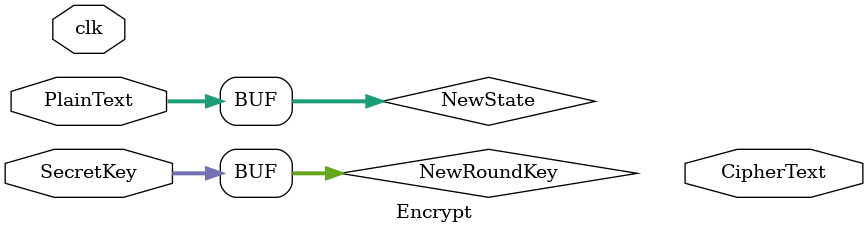
<source format=v>
`include "RoundA.v"
`include "decoder.v"

module Encrypt(
input [127:0] SecretKey, 
input [127:0] PlainText,
input clk,
output [127:0] CipherText

);

wire [127:0] NewState;
wire [127:0] NewRoundKey;
wire Ctrl;
wire [127:0] RoundAStateOut;
wire [127:0] RoundBStateOut;
wire [127:0] RoundAKeyOut;
wire [127:0] RoundBKeyOut;



assign NewState = PlainText;
assign NewRoundKey = SecretKey;


wire [7:0] iteration;

FSM controls(clk, Ctrl, iteration);

mux RKmux(Ctrl, RoundAKeyOut, RoundBKeyOut, NewRoundKey);
mux SMmux(Ctrl, RoundAStateOut, RoundBStateOut, NewState);

RoundA options1_9(NewRoundKey, NewState, iteration, RoundAKeyOut, RoundAStateOut);
RoundB option10(NewRoundKey, NewState, iteration, RoundBKeyOut, RoundBStateOut);


endmodule

</source>
